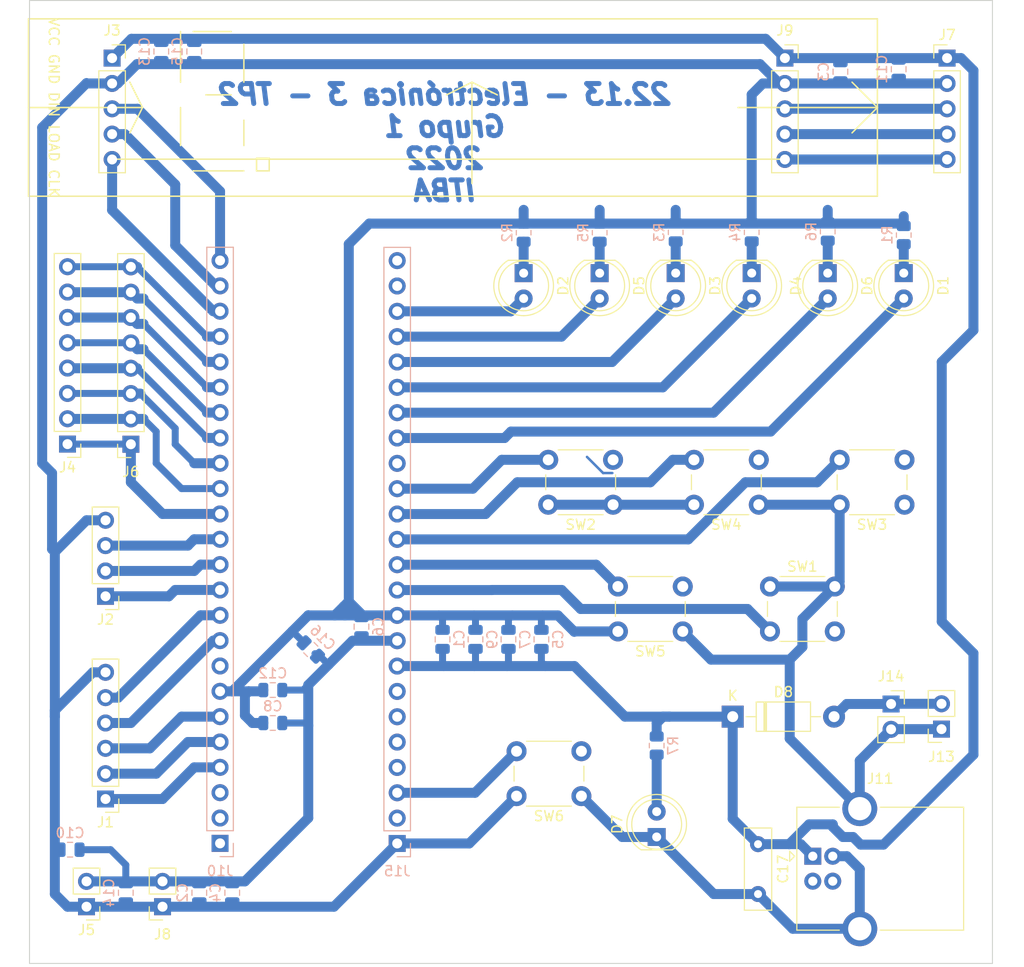
<source format=kicad_pcb>
(kicad_pcb (version 20211014) (generator pcbnew)
  (layers (0 "F.Cu" signal) (31 "B.Cu" signal) (34 "B.Paste" user) (35 "F.Paste" user) (36 "B.SilkS" user "B.Silkscreen") (37 "F.SilkS" user "F.Silkscreen") (38 "B.Mask" user) (39 "F.Mask" user) (44 "Edge.Cuts" user))
  (net 0 "")
  (net 1 "/FT_SSn")
  (net 2 "/FT_SCK")
  (net 3 "/FLASH_MOSI")
  (net 4 "/FLASH_MISO")
  (net 5 "/IOB_25B_G3")
  (net 6 "/IOB_18A")
  (net 7 "GND")
  (net 8 "/CLK_12M_EXT")
  (net 9 "/IOB_22A")
  (net 10 "/IOB_23B")
  (net 11 "/IOB_24A")
  (net 12 "/IOB_29B")
  (net 13 "/IOB_31B")
  (net 14 "/IOB_20A")
  (net 15 "/IOB_16A")
  (net 16 "/IOB_13B")
  (net 17 "/IOB_3B_G6")
  (net 18 "/IOB_8A")
  (net 19 "/IOB_9B")
  (net 20 "/IOB_4A")
  (net 21 "/IOB_2A")
  (net 22 "/IOB_0A")
  (net 23 "/IOB_6A")
  (net 24 "/VIO_BANK_0_2")
  (net 25 "/CRESET_N")
  (net 26 "/CDONE")
  (net 27 "/LED_R")
  (net 28 "/LED_G")
  (net 29 "/LED_B")
  (net 30 "+5V")
  (net 31 "+3V3")
  (net 32 "Net-(D1-Pad1)")
  (net 33 "Net-(D2-Pad1)")
  (net 34 "/IOT_38B")
  (net 35 "/IOT_43A")
  (net 36 "/IOT_46B_G0")
  (net 37 "/IOT_42B")
  (net 38 "/IOT_45A_G1")
  (net 39 "/IOT_44B")
  (net 40 "/IOT_49A")
  (net 41 "/IOT_48B")
  (net 42 "/IOT_51A")
  (net 43 "Net-(D3-Pad1)")
  (net 44 "Net-(D4-Pad1)")
  (net 45 "/maxDOUT")
  (net 46 "Net-(D5-Pad1)")
  (net 47 "Net-(D6-Pad1)")
  (net 48 "Net-(D7-Pad2)")
  (net 49 "Net-(D8-Pad2)")
  (net 52 "/IOT_39A")
  (net 53 "/IOT_37A")
  (net 54 "/IOT_36B")
  (net 55 "/C3")
  (net 56 "/IOT_50B")
  (net 57 "/IOT_41A")
  (footprint "Connector_PinSocket_2.54mm:PinSocket_1x05_P2.54mm_Vertical" (layer "F.Cu") (at 250.977 26.065)
    (fp_text reference "J9")
    (fp_text value "Conn_01x05_Male")
  )
  (footprint "LED_THT:LED_D5.0mm_IRGrey" (layer "F.Cu") (at 224.79 47.62 -90)
    (fp_text reference "D2")
    (fp_text value "LD274")
  )
  (footprint "LED_THT:LED_D5.0mm_IRGrey" (layer "F.Cu") (at 255.27 47.62 -90)
    (fp_text reference "D6")
    (fp_text value "LD274")
  )
  (footprint "Connector_PinHeader_2.54mm:PinHeader_1x02_P2.54mm_Vertical" (layer "F.Cu") (at 180.975 111.125 180)
    (fp_text reference "J5")
    (fp_text value "supplyKeyboard")
  )
  (footprint "Button_Switch_THT:SW_PUSH_6mm" (layer "F.Cu") (at 248.36 70.83 180)
    (fp_text reference "SW4")
    (fp_text value "SW_Push")
  )
  (footprint "Capacitor_THT:C_Disc_D8.0mm_W2.5mm_P5.00mm" (layer "F.Cu") (at 248.285 104.855 -90)
    (fp_text reference "C17")
    (fp_text value "C")
  )
  (footprint "Connector_PinSocket_2.54mm:PinSocket_1x02_P2.54mm_Vertical" (layer "F.Cu") (at 261.62 90.805)
    (fp_text reference "J14")
    (fp_text value "Conn_01x02_Female")
  )
  (footprint "Connector_PinHeader_2.54mm:PinHeader_1x05_P2.54mm_Vertical" (layer "F.Cu") (at 267.233 26.065)
    (fp_text reference "J7")
    (fp_text value "Conn_01x05_Female")
  )
  (footprint "Connector_USB:USB_B_OST_USB-B1HSxx_Horizontal" (layer "F.Cu") (at 253.7725 106.065)
    (fp_text reference "J11")
    (fp_text value "USB_B")
  )
  (footprint "Connector_PinHeader_2.54mm:PinHeader_1x04_P2.54mm_Vertical" (layer "F.Cu") (at 182.88 80.01 180)
    (fp_text reference "J2")
    (fp_text value "Conn_01x04_Female")
  )
  (footprint "Button_Switch_THT:SW_PUSH_6mm" (layer "F.Cu") (at 230.58 100.04 180)
    (fp_text reference "SW6")
    (fp_text value "SW_Push")
  )
  (footprint "Connector_PinHeader_2.54mm:PinHeader_1x06_P2.54mm_Vertical" (layer "F.Cu") (at 182.88 100.33 180)
    (fp_text reference "J1")
    (fp_text value "Conn_01x06_Female")
  )
  (footprint "Connector_PinSocket_2.54mm:PinSocket_1x08_P2.54mm_Vertical" (layer "F.Cu") (at 185.42 64.77 180)
    (fp_text reference "J6")
    (fp_text value "Conn_01x08_Female")
  )
  (footprint "Button_Switch_THT:SW_PUSH_6mm" (layer "F.Cu") (at 249.48 79.03)
    (fp_text reference "SW1")
    (fp_text value "SW_Push")
  )
  (footprint "LED_THT:LED_D5.0mm_IRGrey" (layer "F.Cu") (at 247.65 47.615 -90)
    (fp_text reference "D4")
    (fp_text value "LD274")
  )
  (footprint "LED_THT:LED_D5.0mm_IRGrey" (layer "F.Cu") (at 240.03 47.615 -90)
    (fp_text reference "D3")
    (fp_text value "LD274")
  )
  (footprint "Connector_PinSocket_2.54mm:PinSocket_1x02_P2.54mm_Vertical" (layer "F.Cu") (at 188.595 111.125 180)
    (fp_text reference "J8")
    (fp_text value "supplyKeyboard")
  )
  (footprint "Connector_PinSocket_2.54mm:PinSocket_1x02_P2.54mm_Vertical" (layer "F.Cu") (at 266.675 93.325 180)
    (fp_text reference "J13")
    (fp_text value "Conn_01x02_Male")
  )
  (footprint "Button_Switch_THT:SW_PUSH_6mm" (layer "F.Cu") (at 240.74 83.53 180)
    (fp_text reference "SW5")
    (fp_text value "SW_Push")
  )
  (footprint "Diode_THT:D_DO-41_SOD81_P10.16mm_Horizontal" (layer "F.Cu") (at 245.745 92.075)
    (fp_text reference "D8")
    (fp_text value "1N5817")
  )
  (footprint "LED_THT:LED_D5.0mm_IRGrey" (layer "F.Cu") (at 262.89 47.615 -90)
    (fp_text reference "D1")
    (fp_text value "LD274")
  )
  (footprint "Button_Switch_THT:SW_PUSH_6mm" (layer "F.Cu") (at 233.755 70.83 180)
    (fp_text reference "SW2")
    (fp_text value "SW_Push")
  )
  (footprint "LED_THT:LED_D5.0mm_IRGrey" (layer "F.Cu") (at 232.41 47.62 -90)
    (fp_text reference "D5")
    (fp_text value "LD274")
  )
  (footprint "Connector_PinSocket_2.54mm:PinSocket_1x05_P2.54mm_Vertical" (layer "F.Cu") (at 183.54 26.065)
    (fp_text reference "J3")
    (fp_text value "Conn_01x05_Female")
  )
  (footprint "Connector_PinHeader_2.54mm:PinHeader_1x08_P2.54mm_Vertical" (layer "F.Cu") (at 179.07 64.755 180)
    (fp_text reference "J4")
    (fp_text value "Conn_01x08_Male")
  )
  (footprint "Button_Switch_THT:SW_PUSH_6mm" (layer "F.Cu") (at 262.965 70.83 180)
    (fp_text reference "SW3")
    (fp_text value "SW_Push")
  )
  (footprint "LED_THT:LED_D5.0mm_IRGrey" (layer "F.Cu") (at 238.125 104.135 90)
    (fp_text reference "D7")
    (fp_text value "LD274")
  )
  (footprint "Capacitor_SMD:C_0805_2012Metric" (layer "B.Cu") (at 179.324 105.41 180)
    (fp_text reference "C10")
    (fp_text value "C")
  )
  (footprint "Resistor_SMD:R_0805_2012Metric" (layer "B.Cu") (at 255.27 43.4575 -90)
    (fp_text reference "R6")
    (fp_text value "680")
  )
  (footprint "Capacitor_SMD:C_0805_2012Metric" (layer "B.Cu") (at 191.77 25.4 -90)
    (fp_text reference "C15")
    (fp_text value "C")
  )
  (footprint "Capacitor_SMD:C_0805_2012Metric" (layer "B.Cu") (at 199.644 92.71 180)
    (fp_text reference "C8")
    (fp_text value "C")
  )
  (footprint "Resistor_SMD:R_0805_2012Metric" (layer "B.Cu") (at 224.79 43.5625 -90)
    (fp_text reference "R2")
    (fp_text value "680")
  )
  (footprint "Capacitor_SMD:C_0805_2012Metric" (layer "B.Cu") (at 219.964 84.328 90)
    (fp_text reference "C9")
    (fp_text value "C")
  )
  (footprint "Resistor_SMD:R_0805_2012Metric" (layer "B.Cu") (at 247.65 43.5275 -90)
    (fp_text reference "R4")
    (fp_text value "680")
  )
  (footprint "Resistor_SMD:R_0805_2012Metric" (layer "B.Cu") (at 238.125 94.9725 90)
    (fp_text reference "R7")
    (fp_text value "680")
  )
  (footprint "Capacitor_SMD:C_0805_2012Metric" (layer "B.Cu") (at 226.568 84.328 90)
    (fp_text reference "C5")
    (fp_text value "C")
  )
  (footprint "Capacitor_SMD:C_0805_2012Metric" (layer "B.Cu") (at 223.266 84.328 90)
    (fp_text reference "C7")
    (fp_text value "C")
  )
  (footprint "Capacitor_SMD:C_0805_2012Metric" (layer "B.Cu") (at 192.278 109.728 -90)
    (fp_text reference "C2")
    (fp_text value "C")
  )
  (footprint "Capacitor_SMD:C_0805_2012Metric" (layer "B.Cu") (at 262.382 27.178 -90)
    (fp_text reference "C11")
    (fp_text value "C")
  )
  (footprint "Capacitor_SMD:C_0805_2012Metric" (layer "B.Cu") (at 188.468 25.4 -90)
    (fp_text reference "C13")
    (fp_text value "C")
  )
  (footprint "Capacitor_SMD:C_0805_2012Metric" (layer "B.Cu") (at 216.662 84.328 90)
    (fp_text reference "C1")
    (fp_text value "C")
  )
  (footprint "Capacitor_SMD:C_0805_2012Metric" (layer "B.Cu") (at 195.58 109.728 -90)
    (fp_text reference "C4")
    (fp_text value "C")
  )
  (footprint "Capacitor_SMD:C_0805_2012Metric" (layer "B.Cu") (at 256.54 27.432 -90)
    (fp_text reference "C3")
    (fp_text value "C")
  )
  (footprint "Capacitor_SMD:C_0805_2012Metric" (layer "B.Cu") (at 203.454 85.344 135)
    (fp_text reference "C16")
    (fp_text value "C")
  )
  (footprint "Capacitor_SMD:C_0805_2012Metric" (layer "B.Cu") (at 199.644 89.408 180)
    (fp_text reference "C12")
    (fp_text value "C")
  )
  (footprint "Resistor_SMD:R_0805_2012Metric" (layer "B.Cu") (at 232.41 43.5625 -90)
    (fp_text reference "R5")
    (fp_text value "680")
  )
  (footprint "Connector_PinSocket_2.54mm:PinSocket_1x24_P2.54mm_Vertical" (layer "B.Cu") (at 212.115 104.785)
    (fp_text reference "J15")
    (fp_text value "Right")
  )
  (footprint "Resistor_SMD:R_0805_2012Metric" (layer "B.Cu") (at 262.89 43.805 -90)
    (fp_text reference "R1")
    (fp_text value "680")
  )
  (footprint "Resistor_SMD:R_0805_2012Metric" (layer "B.Cu") (at 240.03 43.5275 -90)
    (fp_text reference "R3")
    (fp_text value "680")
  )
  (footprint "Capacitor_SMD:C_0805_2012Metric" (layer "B.Cu") (at 184.912 109.728 -90)
    (fp_text reference "C14")
    (fp_text value "C")
  )
  (footprint "Capacitor_SMD:C_0805_2012Metric" (layer "B.Cu") (at 208.534 83.058 90)
    (fp_text reference "C6")
    (fp_text value "C")
  )
  (footprint "Connector_PinSocket_2.54mm:PinSocket_1x24_P2.54mm_Vertical" (layer "B.Cu") (at 194.36 104.775)
    (fp_text reference "J10")
    (fp_text value "Left")
  )
  (gr_line (start 198.018 37.368) (end 198.018 36.098) (layer "F.SilkS") (width 0.15))
  (gr_line (start 196.748 32.288) (end 196.748 34.828) (layer "F.SilkS") (width 0.15))
  (gr_line (start 183.413 36.195) (end 250.977 36.195) (layer "F.SilkS") (width 0.15))
  (gr_line (start 246.278 31.018) (end 260.248 31.018) (layer "F.SilkS") (width 0.15))
  (gr_line (start 257.708 33.558) (end 260.248 31.018) (layer "F.SilkS") (width 0.15))
  (gr_line (start 260.248 39.908) (end 175.158 39.908) (layer "F.SilkS") (width 0.15))
  (gr_line (start 219.608 28.478) (end 217.068 29.748) (layer "F.SilkS") (width 0.15))
  (gr_line (start 199.288 37.368) (end 198.018 37.368) (layer "F.SilkS") (width 0.15))
  (gr_line (start 199.288 36.098) (end 199.288 37.368) (layer "F.SilkS") (width 0.15))
  (gr_line (start 175.158 39.908) (end 175.158 22.128) (layer "F.SilkS") (width 0.15))
  (gr_line (start 219.608 38.638) (end 219.608 28.478) (layer "F.SilkS") (width 0.15))
  (gr_line (start 195.478 29.748) (end 192.938 29.748) (layer "F.SilkS") (width 0.15))
  (gr_line (start 198.018 36.098) (end 199.288 36.098) (layer "F.SilkS") (width 0.15))
  (gr_line (start 175.158 22.128) (end 260.248 22.128) (layer "F.SilkS") (width 0.15))
  (gr_line (start 186.588 31.018) (end 185.318 28.478) (layer "F.SilkS") (width 0.15))
  (gr_line (start 190.398 23.398) (end 190.398 28.478) (layer "F.SilkS") (width 0.15))
  (gr_line (start 219.608 28.478) (end 222.148 29.748) (layer "F.SilkS") (width 0.15))
  (gr_line (start 195.478 23.398) (end 191.668 23.398) (layer "F.SilkS") (width 0.15))
  (gr_line (start 186.588 31.018) (end 185.318 33.558) (layer "F.SilkS") (width 0.15))
  (gr_line (start 190.398 31.018) (end 190.398 34.828) (layer "F.SilkS") (width 0.15))
  (gr_line (start 175.158 31.018) (end 186.588 31.018) (layer "F.SilkS") (width 0.15))
  (gr_line (start 196.748 37.368) (end 191.668 37.368) (layer "F.SilkS") (width 0.15))
  (gr_line (start 260.248 31.018) (end 257.708 28.478) (layer "F.SilkS") (width 0.15))
  (gr_line (start 196.748 24.668) (end 196.748 28.478) (layer "F.SilkS") (width 0.15))
  (gr_line (start 260.248 22.128) (end 260.248 39.908) (layer "F.SilkS") (width 0.15))
  (gr_line (start 271.78 116.81) (end 175.26 116.81) (layer "Edge.Cuts") (width 0.1))
  (gr_line (start 175.26 116.81) (end 175.26 20.29) (layer "Edge.Cuts") (width 0.1))
  (gr_line (start 175.26 20.29) (end 271.78 20.29) (layer "Edge.Cuts") (width 0.1))
  (gr_line (start 271.78 20.29) (end 271.78 116.81) (layer "Edge.Cuts") (width 0.1))
  (gr_text "22.13 - Electrónica 3 - TP2\nGrupo 1\n2022\nITBA" (at 216.916 34.544) (layer "B.Cu") (effects (font (size 2 2) (thickness 0.5) italic) (justify mirror)))
  (gr_text "VCC GND DIN LOAD CLK" (at 177.698 31.018 270) (layer "F.SilkS") (effects (font (size 1 1))))
  (segment (start 232.755 67.655) (end 233.68 67.655) (width 0.25) (layer "B.Cu") (net 0))
  (segment (start 231.14 66.04) (end 232.755 67.655) (width 0.25) (layer "B.Cu") (net 0))
  (segment (start 182.88 100.33) (end 188.595 100.33) (width 1) (layer "B.Cu") (net 4))
  (segment (start 191.77 97.155) (end 194.36 97.155) (width 1) (layer "B.Cu") (net 4))
  (segment (start 188.595 100.33) (end 191.77 97.155) (width 1) (layer "B.Cu") (net 4))
  (segment (start 182.88 97.79) (end 187.96 97.79) (width 1) (layer "B.Cu") (net 5))
  (segment (start 191.135 94.615) (end 194.36 94.615) (width 1) (layer "B.Cu") (net 5))
  (segment (start 187.96 97.79) (end 191.135 94.615) (width 1) (layer "B.Cu") (net 5))
  (segment (start 190.5 92.075) (end 187.325 95.25) (width 1) (layer "B.Cu") (net 6))
  (segment (start 187.325 95.25) (end 182.88 95.25) (width 1) (layer "B.Cu") (net 6))
  (segment (start 194.36 92.075) (end 190.5 92.075) (width 1) (layer "B.Cu") (net 6))
  (segment (start 177.8 92.075) (end 177.8 91.44) (width 1) (layer "B.Cu") (net 7))
  (segment (start 219.335 104.785) (end 224.08 100.04) (width 1) (layer "B.Cu") (net 7))
  (segment (start 262.89 42.8925) (end 262.89 41.91) (width 1) (layer "B.Cu") (net 7))
  (segment (start 205.775 111.125) (end 212.115 104.785) (width 1) (layer "B.Cu") (net 7))
  (segment (start 209.318 42.65) (end 207.264 44.704) (width 1) (layer "B.Cu") (net 7))
  (segment (start 207.264 80.538) (end 207.244 80.538) (width 1) (layer "B.Cu") (net 7))
  (segment (start 258.4825 96.4825) (end 261.62 93.345) (width 1) (layer "B.Cu") (net 7))
  (segment (start 180.975 72.39) (end 182.88 72.39) (width 1) (layer "B.Cu") (net 7))
  (segment (start 256.465 78.545) (end 255.98 79.03) (width 1) (layer "B.Cu") (net 7))
  (segment (start 181.005 28.605) (end 183.54 28.605) (width 1) (layer "B.Cu") (net 7))
  (segment (start 223.657 81.925) (end 226.685 81.925) (width 1) (layer "B.Cu") (net 7))
  (segment (start 176.53 66.675) (end 176.53 33.02) (width 1) (layer "B.Cu") (net 7))
  (segment (start 196.85 91.948) (end 197.612 92.71) (width 1) (layer "B.Cu") (net 7))
  (segment (start 229.906 83.53) (end 234.24 83.53) (width 1) (layer "B.Cu") (net 7))
  (segment (start 205.857 81.925) (end 206.873 81.925) (width 1) (layer "B.Cu") (net 7))
  (segment (start 177.8 92.075) (end 177.8 75.565) (width 1) (layer "B.Cu") (net 7))
  (segment (start 258.4825 107.3525) (end 258.4825 113.335) (width 1) (layer "B.Cu") (net 7))
  (segment (start 256.465 70.83) (end 248.36 70.83) (width 1) (layer "B.Cu") (net 7))
  (segment (start 216.291 81.925) (end 219.827 81.925) (width 1) (layer "B.Cu") (net 7))
  (segment (start 224.79 42.65) (end 224.79 41.275) (width 1) (layer "B.Cu") (net 7))
  (segment (start 226.568 83.378) (end 226.568 82.042) (width 0.7) (layer "B.Cu") (net 7))
  (segment (start 241.86 70.83) (end 233.755 70.83) (width 1) (layer "B.Cu") (net 7))
  (segment (start 224.79 42.65) (end 262.6475 42.65) (width 1) (layer "B.Cu") (net 7))
  (segment (start 267.233 28.605) (end 250.977 28.605) (width 1) (layer "B.Cu") (net 7))
  (segment (start 257.195 106.065) (end 258.4825 107.3525) (width 1) (layer "B.Cu") (net 7))
  (segment (start 230.58 100.04) (end 234.68 104.14) (width 1) (layer "B.Cu") (net 7))
  (segment (start 177.52 75.285) (end 177.52 67.665) (width 1) (layer "B.Cu") (net 7))
  (segment (start 197.231 89.535) (end 196.85 89.916) (width 1) (layer "B.Cu") (net 7))
  (segment (start 251.46 86.36) (end 243.57 86.36) (width 1) (layer "B.Cu") (net 7))
  (segment (start 203.21 81.925) (end 205.857 81.925) (width 1) (layer "B.Cu") (net 7))
  (segment (start 248.482 26.67) (end 186.035 26.67) (width 1) (layer "B.Cu") (net 7))
  (segment (start 219.827 81.925) (end 223.657 81.925) (width 1) (layer "B.Cu") (net 7))
  (segment (start 180.975 111.125) (end 188.595 111.125) (width 1) (layer "B.Cu") (net 7))
  (segment (start 216.662 83.378) (end 216.662 82.296) (width 0.7) (layer "B.Cu") (net 7))
  (segment (start 258.4825 101.295) (end 251.46 94.2725) (width 1) (layer "B.Cu") (net 7))
  (segment (start 243.845 109.855) (end 238.125 104.135) (width 1) (layer "B.Cu") (net 7))
  (segment (start 223.266 82.316) (end 223.657 81.925) (width 0.7) (layer "B.Cu") (net 7))
  (segment (start 179.07 111.125) (end 177.8 109.855) (width 1) (layer "B.Cu") (net 7))
  (segment (start 216.662 82.296) (end 216.291 81.925) (width 0.7) (layer "B.Cu") (net 7))
  (segment (start 235.59 104.135) (end 238.125 104.135) (width 1) (layer "B.Cu") (net 7))
  (segment (start 184.1 28.605) (end 183.54 28.605) (width 1) (layer "B.Cu") (net 7))
  (segment (start 207.264 44.704) (end 207.264 80.538) (width 1) (layer "B.Cu") (net 7))
  (segment (start 194.36 89.535) (end 195.58 89.535) (width 1) (layer "B.Cu") (net 7))
  (segment (start 228.229 81.925) (end 229.87 83.566) (width 1) (layer "B.Cu") (net 7))
  (segment (start 248.763 28.605) (end 247.65 29.718) (width 1) (layer "B.Cu") (net 7))
  (segment (start 226.685 81.925) (end 228.229 81.925) (width 1) (layer "B.Cu") (net 7))
  (segment (start 206.756 81.026) (end 205.857 81.925) (width 1) (layer "B.Cu") (net 7))
  (segment (start 247.65 29.718) (end 247.65 42.615) (width 1) (layer "B.Cu") (net 7))
  (segment (start 248.285 109.855) (end 243.845 109.855) (width 1) (layer "B.Cu") (net 7))
  (segment (start 251.46 94.2725) (end 251.46 86.36) (width 1) (layer "B.Cu") (net 7))
  (segment (start 252.73 85.09) (end 251.46 86.36) (width 1) (layer "B.Cu") (net 7))
  (segment (start 250.977 28.605) (end 250.417 28.605) (width 1) (layer "B.Cu") (net 7))
  (segment (start 256.465 70.83) (end 256.465 78.545) (width 1) (layer "B.Cu") (net 7))
  (segment (start 255.7725 106.065) (end 257.195 106.065) (width 1) (layer "B.Cu") (net 7))
  (segment (start 177.8 109.855) (end 177.8 92.075) (width 1) (layer "B.Cu") (net 7))
  (segment (start 177.8 75.565) (end 177.52 75.285) (width 1) (layer "B.Cu") (net 7))
  (segment (start 186.035 26.67) (end 184.1 28.605) (width 1) (layer "B.Cu") (net 7))
  (segment (start 203.2 81.915) (end 203.21 81.925) (width 1) (layer "B.Cu") (net 7))
  (segment (start 207.127 81.143) (end 206.873 81.143) (width 1) (layer "B.Cu") (net 7))
  (segment (start 258.4825 113.335) (end 251.765 113.335) (width 1) (layer "B.Cu") (net 7))
  (segment (start 207.909 81.925) (end 208.651 81.925) (width 1) (layer "B.Cu") (net 7))
  (segment (start 195.58 89.535) (end 201.6125 83.5025) (width 1) (layer "B.Cu") (net 7))
  (segment (start 250.417 28.605) (end 248.482 26.67) (width 1) (layer "B.Cu") (net 7))
  (segment (start 207.264 80.538) (end 208.651 81.925) (width 1) (layer "B.Cu") (net 7))
  (segment (start 206.873 81.925) (end 206.873 81.143) (width 1) (layer "B.Cu") (net 7))
  (segment (start 188.595 111.125) (end 205.775 111.125) (width 1) (layer "B.Cu") (net 7))
  (segment (start 198.567 89.535) (end 198.694 89.408) (width 1) (layer "B.Cu") (net 7))
  (segment (start 226.568 82.042) (end 226.685 81.925) (width 0.7) (layer "B.Cu") (net 7))
  (segment (start 229.87 83.566) (end 229.906 83.53) (width 1) (layer "B.Cu") (net 7))
  (segment (start 232.41 42.65) (end 232.41 41.275) (width 1) (layer "B.Cu") (net 7))
  (segment (start 177.8 91.44) (end 181.61 87.63) (width 1) (layer "B.Cu") (net 7))
  (segment (start 250.977 28.605) (end 248.763 28.605) (width 1) (layer "B.Cu") (net 7))
  (segment (start 219.964 83.378) (end 219.964 82.062) (width 0.7) (layer "B.Cu") (net 7))
  (segment (start 255.27 42.625) (end 255.27 41.275) (width 1) (layer "B.Cu") (net 7))
  (segment (start 207.909 81.925) (end 207.127 81.143) (width 1) (layer "B.Cu") (net 7))
  (segment (start 255.98 79.03) (end 252.73 82.28) (width 1) (layer "B.Cu") (net 7))
  (segment (start 224.79 42.65) (end 209.318 42.65) (width 1) (layer "B.Cu") (net 7))
  (segment (start 266.675 93.325) (end 261.64 93.325) (width 1) (layer "B.Cu") (net 7))
  (segment (start 197.231 89.535) (end 198.567 89.535) (width 1) (layer "B.Cu") (net 7))
  (segment (start 261.64 93.325) (end 261.62 93.345) (width 1) (layer "B.Cu") (net 7))
  (segment (start 212.115 81.925) (end 216.291 81.925) (width 1) (layer "B.Cu") (net 7))
  (segment (start 234.68 104.14) (end 235.585 104.14) (width 1) (layer "B.Cu") (net 7))
  (segment (start 208.651 81.925) (end 212.115 81.925) (width 1) (layer "B.Cu") (net 7))
  (segment (start 197.612 92.71) (end 198.694 92.71) (width 1) (layer "B.Cu") (net 7))
  (segment (start 243.57 86.36) (end 240.74 83.53) (width 1) (layer "B.Cu") (net 7))
  (segment (start 206.873 81.143) (end 206.756 81.026) (width 1) (layer "B.Cu") (net 7))
  (segment (start 181.61 87.63) (end 182.88 87.63) (width 1) (layer "B.Cu") (net 7))
  (segment (start 227.255 70.83) (end 233.755 70.83) (width 1) (layer "B.Cu") (net 7))
  (segment (start 219.964 82.062) (end 219.827 81.925) (width 0.7) (layer "B.Cu") (net 7))
  (segment (start 235.585 104.14) (end 235.59 104.135) (width 1) (layer "B.Cu") (net 7))
  (segment (start 180.975 111.125) (end 179.07 111.125) (width 1) (layer "B.Cu") (net 7))
  (segment (start 240.03 42.615) (end 240.03 41.275) (width 1) (layer "B.Cu") (net 7))
  (segment (start 212.115 104.785) (end 219.335 104.785) (width 1) (layer "B.Cu") (net 7))
  (segment (start 251.765 113.335) (end 248.285 109.855) (width 1) (layer "B.Cu") (net 7))
  (segment (start 176.53 33.02) (end 180.975 28.575) (width 1) (layer "B.Cu") (net 7))
  (segment (start 202.528249 84.418249) (end 201.6125 83.5025) (width 0.7) (layer "B.Cu") (net 7))
  (segment (start 262.6475 42.65) (end 262.89 42.8925) (width 1) (layer "B.Cu") (net 7))
  (segment (start 206.873 81.925) (end 207.909 81.925) (width 1) (layer "B.Cu") (net 7))
  (segment (start 180.975 28.575) (end 181.005 28.605) (width 1) (layer "B.Cu") (net 7))
  (segment (start 207.244 80.538) (end 206.756 81.026) (width 1) (layer "B.Cu") (net 7))
  (segment (start 201.6125 83.5025) (end 203.2 81.915) (width 1) (layer "B.Cu") (net 7))
  (segment (start 223.266 83.378) (end 223.266 82.316) (width 0.7) (layer "B.Cu") (net 7))
  (segment (start 258.4825 101.295) (end 258.4825 96.4825) (width 1) (layer "B.Cu") (net 7))
  (segment (start 252.73 82.28) (end 252.73 85.09) (width 1) (layer "B.Cu") (net 7))
  (segment (start 177.52 67.665) (end 176.53 66.675) (width 1) (layer "B.Cu") (net 7))
  (segment (start 177.8 75.565) (end 180.975 72.39) (width 1) (layer "B.Cu") (net 7))
  (segment (start 195.58 89.535) (end 197.231 89.535) (width 1) (layer "B.Cu") (net 7))
  (segment (start 196.85 89.916) (end 196.85 91.948) (width 1) (layer "B.Cu") (net 7))
  (segment (start 249.48 79.03) (end 255.98 79.03) (width 1) (layer "B.Cu") (net 7))
  (segment (start 193.675 84.455) (end 185.42 92.71) (width 1) (layer "B.Cu") (net 9))
  (segment (start 194.36 84.455) (end 193.675 84.455) (width 1) (layer "B.Cu") (net 9))
  (segment (start 185.42 92.71) (end 182.88 92.71) (width 1) (layer "B.Cu") (net 9))
  (segment (start 184.15 90.17) (end 192.405 81.915) (width 1) (layer "B.Cu") (net 10))
  (segment (start 182.88 90.17) (end 184.15 90.17) (width 1) (layer "B.Cu") (net 10))
  (segment (start 192.405 81.915) (end 194.36 81.915) (width 1) (layer "B.Cu") (net 10))
  (segment (start 189.23 80.01) (end 189.865 79.375) (width 1) (layer "B.Cu") (net 11))
  (segment (start 189.865 79.375) (end 194.36 79.375) (width 1) (layer "B.Cu") (net 11))
  (segment (start 182.88 80.01) (end 189.23 80.01) (width 1) (layer "B.Cu") (net 11))
  (segment (start 182.88 77.47) (end 191.77 77.47) (width 1) (layer "B.Cu") (net 12))
  (segment (start 192.405 76.835) (end 194.36 76.835) (width 1) (layer "B.Cu") (net 12))
  (segment (start 191.77 77.47) (end 192.405 76.835) (width 1) (layer "B.Cu") (net 12))
  (segment (start 191.77 74.295) (end 194.36 74.295) (width 1) (layer "B.Cu") (net 13))
  (segment (start 182.88 74.93) (end 191.135 74.93) (width 1) (layer "B.Cu") (net 13))
  (segment (start 191.135 74.93) (end 191.77 74.295) (width 1) (layer "B.Cu") (net 13))
  (segment (start 179.07 64.755) (end 185.405 64.755) (width 0.7) (layer "B.Cu") (net 14))
  (segment (start 185.42 68.58) (end 185.42 64.77) (width 1) (layer "B.Cu") (net 14))
  (segment (start 194.36 71.755) (end 188.595 71.755) (width 1) (layer "B.Cu") (net 14))
  (segment (start 188.595 71.755) (end 185.42 68.58) (width 1) (layer "B.Cu") (net 14))
  (segment (start 185.405 64.755) (end 185.42 64.77) (width 0.7) (layer "B.Cu") (net 14))
  (segment (start 194.36 69.215) (end 190.5 69.215) (width 0.7) (layer "B.Cu") (net 15))
  (segment (start 187.96 66.675) (end 187.96 63.5) (width 0.7) (layer "B.Cu") (net 15))
  (segment (start 185.42 62.23) (end 179.085 62.23) (width 1) (layer "B.Cu") (net 15))
  (segment (start 186.69 62.23) (end 185.42 62.23) (width 1) (layer "B.Cu") (net 15))
  (segment (start 190.5 69.215) (end 187.96 66.675) (width 0.7) (layer "B.Cu") (net 15))
  (segment (start 187.96 63.5) (end 186.69 62.23) (width 0.7) (layer "B.Cu") (net 15))
  (segment (start 179.085 62.23) (end 179.07 62.215) (width 1) (layer "B.Cu") (net 15))
  (segment (start 191.77 66.675) (end 189.865 64.77) (width 0.7) (layer "B.Cu") (net 16))
  (segment (start 179.07 59.675) (end 185.405 59.675) (width 0.7) (layer "B.Cu") (net 16))
  (segment (start 185.405 59.675) (end 185.42 59.69) (width 0.7) (layer "B.Cu") (net 16))
  (segment (start 189.865 64.77) (end 189.865 63.1825) (width 0.7) (layer "B.Cu") (net 16))
  (segment (start 189.865 63.1825) (end 186.3725 59.69) (width 0.7) (layer "B.Cu") (net 16))
  (segment (start 186.3725 59.69) (end 185.42 59.69) (width 1) (layer "B.Cu") (net 16))
  (segment (start 194.36 66.675) (end 191.77 66.675) (width 1) (layer "B.Cu") (net 16))
  (segment (start 186.055 57.15) (end 193.04 64.135) (width 0.7) (layer "B.Cu") (net 17))
  (segment (start 185.42 57.15) (end 186.055 57.15) (width 1) (layer "B.Cu") (net 17))
  (segment (start 193.04 64.135) (end 194.36 64.135) (width 1) (layer "B.Cu") (net 17))
  (segment (start 185.42 57.15) (end 179.085 57.15) (width 1) (layer "B.Cu") (net 17))
  (segment (start 179.085 57.15) (end 179.07 57.135) (width 1) (layer "B.Cu") (net 17))
  (segment (start 193.04 61.595) (end 186.69 55.245) (width 0.7) (layer "B.Cu") (net 18))
  (segment (start 185.405 54.595) (end 185.42 54.61) (width 0.7) (layer "B.Cu") (net 18))
  (segment (start 185.42 54.61) (end 186.055 55.245) (width 1) (layer "B.Cu") (net 18))
  (segment (start 179.07 54.595) (end 185.405 54.595) (width 0.7) (layer "B.Cu") (net 18))
  (segment (start 186.055 55.245) (end 186.69 55.245) (width 1) (layer "B.Cu") (net 18))
  (segment (start 194.36 61.595) (end 193.04 61.595) (width 1) (layer "B.Cu") (net 18))
  (segment (start 193.04 59.055) (end 186.69 52.705) (width 0.7) (layer "B.Cu") (net 19))
  (segment (start 185.42 52.07) (end 179.085 52.07) (width 1) (layer "B.Cu") (net 19))
  (segment (start 186.055 52.705) (end 185.42 52.07) (width 1) (layer "B.Cu") (net 19))
  (segment (start 179.085 52.07) (end 179.07 52.055) (width 1) (layer "B.Cu") (net 19))
  (segment (start 194.36 59.055) (end 193.04 59.055) (width 1) (layer "B.Cu") (net 19))
  (segment (start 186.69 52.705) (end 186.055 52.705) (width 1) (layer "B.Cu") (net 19))
  (segment (start 179.085 49.53) (end 179.07 49.515) (width 1) (layer "B.Cu") (net 20))
  (segment (start 185.42 49.53) (end 179.085 49.53) (width 1) (layer "B.Cu") (net 20))
  (segment (start 193.04 56.515) (end 186.69 50.165) (width 0.7) (layer "B.Cu") (net 20))
  (segment (start 186.69 50.165) (end 186.055 50.165) (width 1) (layer "B.Cu") (net 20))
  (segment (start 186.055 50.165) (end 185.42 49.53) (width 1) (layer "B.Cu") (net 20))
  (segment (start 194.36 56.515) (end 193.04 56.515) (width 1) (layer "B.Cu") (net 20))
  (segment (start 193.675 51.435) (end 183.54 41.3) (width 1) (layer "B.Cu") (net 21))
  (segment (start 250.977 36.225) (end 267.233 36.225) (width 1) (layer "B.Cu") (net 21))
  (segment (start 183.54 41.3) (end 183.54 36.225) (width 1) (layer "B.Cu") (net 21))
  (segment (start 194.36 51.435) (end 193.675 51.435) (width 1) (layer "B.Cu") (net 21))
  (segment (start 193.929 48.895) (end 189.865 44.831) (width 1) (layer "B.Cu") (net 22))
  (segment (start 267.233 33.685) (end 250.977 33.685) (width 1) (layer "B.Cu") (net 22))
  (segment (start 189.865 38.735) (end 184.815 33.685) (width 1) (layer "B.Cu") (net 22))
  (segment (start 194.36 48.895) (end 193.929 48.895) (width 1) (layer "B.Cu") (net 22))
  (segment (start 189.865 44.831) (end 189.865 38.735) (width 1) (layer "B.Cu") (net 22))
  (segment (start 184.815 33.685) (end 183.54 33.685) (width 1) (layer "B.Cu") (net 22))
  (segment (start 183.54 31.145) (end 186.085 31.145) (width 1) (layer "B.Cu") (net 23))
  (segment (start 186.085 31.145) (end 194.36 39.42) (width 1) (layer "B.Cu") (net 23))
  (segment (start 194.36 39.42) (end 194.36 46.355) (width 1) (layer "B.Cu") (net 23))
  (segment (start 219.915 99.705) (end 224.08 95.54) (width 1) (layer "B.Cu") (net 25))
  (segment (start 212.115 99.705) (end 219.915 99.705) (width 1) (layer "B.Cu") (net 25))
  (segment (start 229.88 87.005) (end 226.959 87.005) (width 1) (layer "B.Cu") (net 30))
  (segment (start 269.875 85.725) (end 269.875 95.885) (width 1) (layer "B.Cu") (net 30))
  (segment (start 255.778 103.124) (end 255.778 102.87) (width 1) (layer "B.Cu") (net 30))
  (segment (start 253.398 102.87) (end 251.413 104.855) (width 1) (layer "B.Cu") (net 30))
  (segment (start 223.266 85.278) (end 223.266 86.868) (width 0.7) (layer "B.Cu") (net 30))
  (segment (start 245.745 92.075) (end 245.745 102.315) (width 1) (layer "B.Cu") (net 30))
  (segment (start 223.266 86.868) (end 223.129 87.005) (width 0.7) (layer "B.Cu") (net 30))
  (segment (start 267.233 26.065) (end 268.635 26.065) (width 1) (layer "B.Cu") (net 30))
  (segment (start 238.125 92.71) (end 238.76 92.075) (width 1) (layer "B.Cu") (net 30))
  (segment (start 268.635 26.065) (end 269.875 27.305) (width 1) (layer "B.Cu") (net 30))
  (segment (start 248.285 104.855) (end 251.413 104.855) (width 1) (layer "B.Cu") (net 30))
  (segment (start 226.568 85.278) (end 226.568 86.614) (width 0.7) (layer "B.Cu") (net 30))
  (segment (start 226.959 87.005) (end 223.129 87.005) (width 1) (layer "B.Cu") (net 30))
  (segment (start 216.779 87.005) (end 212.115 87.005) (width 1) (layer "B.Cu") (net 30))
  (segment (start 234.95 92.075) (end 229.88 87.005) (width 1) (layer "B.Cu") (net 30))
  (segment (start 226.568 86.614) (end 226.959 87.005) (width 0.7) (layer "B.Cu") (net 30))
  (segment (start 185.475 24.13) (end 183.54 26.065) (width 1) (layer "B.Cu") (net 30))
  (segment (start 219.964 86.888) (end 219.847 87.005) (width 0.7) (layer "B.Cu") (net 30))
  (segment (start 251.413 104.855) (end 252.5625 104.855) (width 1) (layer "B.Cu") (net 30))
  (segment (start 269.875 95.885) (end 260.858 104.902) (width 1) (layer "B.Cu") (net 30))
  (segment (start 245.745 102.315) (end 248.285 104.855) (width 1) (layer "B.Cu") (net 30))
  (segment (start 216.662 86.888) (end 216.779 87.005) (width 0.7) (layer "B.Cu") (net 30))
  (segment (start 216.662 85.278) (end 216.662 86.888) (width 0.7) (layer "B.Cu") (net 30))
  (segment (start 219.847 87.005) (end 216.779 87.005) (width 1) (layer "B.Cu") (net 30))
  (segment (start 269.875 53.34) (end 266.7 56.515) (width 1) (layer "B.Cu") (net 30))
  (segment (start 255.778 102.87) (end 253.398 102.87) (width 1) (layer "B.Cu") (net 30))
  (segment (start 269.875 27.305) (end 269.875 53.34) (width 1) (layer "B.Cu") (net 30))
  (segment (start 260.858 104.902) (end 258.572 104.902) (width 1) (layer "B.Cu") (net 30))
  (segment (start 239.395 92.075) (end 234.95 92.075) (width 1) (layer "B.Cu") (net 30))
  (segment (start 257.81 104.14) (end 256.794 104.14) (width 1) (layer "B.Cu") (net 30))
  (segment (start 256.794 104.14) (end 255.778 103.124) (width 1) (layer "B.Cu") (net 30))
  (segment (start 249.042 24.13) (end 185.475 24.13) (width 1) (layer "B.Cu") (net 30))
  (segment (start 266.7 56.515) (end 266.7 82.55) (width 1) (layer "B.Cu") (net 30))
  (segment (start 266.7 82.55) (end 269.875 85.725) (width 1) (layer "B.Cu") (net 30))
  (segment (start 252.5625 104.855) (end 253.7725 106.065) (width 1) (layer "B.Cu") (net 30))
  (segment (start 250.977 26.065) (end 267.233 26.065) (width 1) (layer "B.Cu") (net 30))
  (segment (start 223.129 87.005) (end 219.847 87.005) (width 1) (layer "B.Cu") (net 30))
  (segment (start 239.395 92.075) (end 245.745 92.075) (width 1) (layer "B.Cu") (net 30))
  (segment (start 238.76 92.075) (end 239.395 92.075) (width 1) (layer "B.Cu") (net 30))
  (segment (start 250.977 26.065) (end 249.042 24.13) (width 1) (layer "B.Cu") (net 30))
  (segment (start 238.125 94.06) (end 238.125 92.71) (width 1) (layer "B.Cu") (net 30))
  (segment (start 219.964 85.278) (end 219.964 86.888) (width 0.7) (layer "B.Cu") (net 30))
  (segment (start 258.572 104.902) (end 257.81 104.14) (width 1) (layer "B.Cu") (net 30))
  (segment (start 202.946 92.71) (end 203.2 92.964) (width 0.7) (layer "B.Cu") (net 31))
  (segment (start 203.2 102.235) (end 203.2 92.964) (width 1) (layer "B.Cu") (net 31))
  (segment (start 205.232 86.868) (end 207.635 84.465) (width 1) (layer "B.Cu") (net 31))
  (segment (start 184.912 106.934) (end 184.912 108.778) (width 0.7) (layer "B.Cu") (net 31))
  (segment (start 204.125751 85.761751) (end 205.232 86.868) (width 0.7) (layer "B.Cu") (net 31))
  (segment (start 180.975 108.585) (end 188.595 108.585) (width 1) (layer "B.Cu") (net 31))
  (segment (start 207.635 84.465) (end 212.115 84.465) (width 1) (layer "B.Cu") (net 31))
  (segment (start 203.871751 85.761751) (end 204.125751 85.761751) (width 0.7) (layer "B.Cu") (net 31))
  (segment (start 196.85 108.585) (end 188.595 108.585) (width 1) (layer "B.Cu") (net 31))
  (segment (start 200.594 92.71) (end 202.946 92.71) (width 0.7) (layer "B.Cu") (net 31))
  (segment (start 180.274 105.41) (end 183.388 105.41) (width 0.7) (layer "B.Cu") (net 31))
  (segment (start 202.692 89.408) (end 203.2 88.9) (width 0.7) (layer "B.Cu") (net 31))
  (segment (start 203.2 92.964) (end 203.2 88.9) (width 1) (layer "B.Cu") (net 31))
  (segment (start 203.2 88.9) (end 205.232 86.868) (width 1) (layer "B.Cu") (net 31))
  (segment (start 183.388 105.41) (end 184.912 106.934) (width 0.7) (layer "B.Cu") (net 31))
  (segment (start 200.594 89.408) (end 202.692 89.408) (width 0.7) (layer "B.Cu") (net 31))
  (segment (start 196.85 108.585) (end 203.2 102.235) (width 1) (layer "B.Cu") (net 31))
  (segment (start 262.89 47.615) (end 262.89 44.7175) (width 1) (layer "B.Cu") (net 32))
  (segment (start 224.79 47.62) (end 224.79 44.475) (width 1) (layer "B.Cu") (net 33))
  (segment (start 220.97 71.765) (end 224.155 68.58) (width 1) (layer "B.Cu") (net 34))
  (segment (start 239.74 66.33) (end 237.49 68.58) (width 1) (layer "B.Cu") (net 34))
  (segment (start 224.155 68.58) (end 237.49 68.58) (width 1) (layer "B.Cu") (net 34))
  (segment (start 241.86 66.33) (end 239.74 66.33) (width 1) (layer "B.Cu") (net 34))
  (segment (start 212.115 71.765) (end 220.97 71.765) (width 1) (layer "B.Cu") (net 34))
  (segment (start 212.115 69.225) (end 219.7 69.225) (width 1) (layer "B.Cu") (net 35))
  (segment (start 222.595 66.33) (end 227.255 66.33) (width 1) (layer "B.Cu") (net 35))
  (segment (start 219.7 69.225) (end 222.595 66.33) (width 1) (layer "B.Cu") (net 35))
  (segment (start 212.115 64.145) (end 222.875 64.145) (width 1) (layer "B.Cu") (net 37))
  (segment (start 222.875 64.145) (end 223.52 63.5) (width 1) (layer "B.Cu") (net 37))
  (segment (start 249.545 63.5) (end 262.89 50.155) (width 1) (layer "B.Cu") (net 37))
  (segment (start 223.52 63.5) (end 249.545 63.5) (width 1) (layer "B.Cu") (net 37))
  (segment (start 243.825 61.605) (end 255.27 50.16) (width 1) (layer "B.Cu") (net 38))
  (segment (start 212.115 61.605) (end 243.825 61.605) (width 1) (layer "B.Cu") (net 38))
  (segment (start 212.115 59.065) (end 238.74 59.065) (width 1) (layer "B.Cu") (net 39))
  (segment (start 238.74 59.065) (end 247.65 50.155) (width 1) (layer "B.Cu") (net 39))
  (segment (start 233.66 56.525) (end 240.03 50.155) (width 1) (layer "B.Cu") (net 40))
  (segment (start 212.115 56.525) (end 233.66 56.525) (width 1) (layer "B.Cu") (net 40))
  (segment (start 228.585 53.985) (end 232.41 50.16) (width 1) (layer "B.Cu") (net 41))
  (segment (start 212.115 53.985) (end 228.585 53.985) (width 1) (layer "B.Cu") (net 41))
  (segment (start 212.115 51.445) (end 223.505 51.445) (width 1) (layer "B.Cu") (net 42))
  (segment (start 223.505 51.445) (end 224.79 50.16) (width 1) (layer "B.Cu") (net 42))
  (segment (start 240.03 47.615) (end 240.03 44.44) (width 1) (layer "B.Cu") (net 43))
  (segment (start 247.65 47.615) (end 247.65 44.44) (width 1) (layer "B.Cu") (net 44))
  (segment (start 250.977 31.145) (end 267.233 31.145) (width 1) (layer "B.Cu") (net 45))
  (segment (start 232.41 47.62) (end 232.41 44.475) (width 1) (layer "B.Cu") (net 46))
  (segment (start 255.27 47.62) (end 255.27 44.45) (width 1) (layer "B.Cu") (net 47))
  (segment (start 238.125 101.595) (end 238.125 95.885) (width 1) (layer "B.Cu") (net 48))
  (segment (start 266.675 90.785) (end 261.64 90.785) (width 1) (layer "B.Cu") (net 49))
  (segment (start 261.62 90.805) (end 257.175 90.805) (width 1) (layer "B.Cu") (net 49))
  (segment (start 257.175 90.805) (end 255.905 92.075) (width 1) (layer "B.Cu") (net 49))
  (segment (start 261.64 90.785) (end 261.62 90.805) (width 1) (layer "B.Cu") (net 49))
  (segment (start 247.015 68.58) (end 254.215 68.58) (width 1) (layer "B.Cu") (net 52))
  (segment (start 241.29 74.305) (end 247.015 68.58) (width 1) (layer "B.Cu") (net 52))
  (segment (start 254.215 68.58) (end 256.465 66.33) (width 1) (layer "B.Cu") (net 52))
  (segment (start 212.115 74.305) (end 241.29 74.305) (width 1) (layer "B.Cu") (net 52))
  (segment (start 247.23 81.28) (end 249.48 83.53) (width 1) (layer "B.Cu") (net 53))
  (segment (start 228.6 79.375) (end 230.505 81.28) (width 1) (layer "B.Cu") (net 53))
  (segment (start 212.115 79.385) (end 221.605 79.385) (width 1) (layer "B.Cu") (net 53))
  (segment (start 230.505 81.28) (end 247.23 81.28) (width 1) (layer "B.Cu") (net 53))
  (segment (start 221.605 79.385) (end 221.615 79.375) (width 1) (layer "B.Cu") (net 53))
  (segment (start 221.615 79.375) (end 228.6 79.375) (width 1) (layer "B.Cu") (net 53))
  (segment (start 212.115 76.845) (end 232.055 76.845) (width 1) (layer "B.Cu") (net 54))
  (segment (start 232.055 76.845) (end 234.24 79.03) (width 1) (layer "B.Cu") (net 54))
  (segment (start 186.055 46.99) (end 185.42 46.99) (width 1) (layer "B.Cu") (net 55))
  (segment (start 193.04 53.975) (end 186.055 46.99) (width 0.7) (layer "B.Cu") (net 55))
  (segment (start 179.07 46.975) (end 185.405 46.975) (width 0.7) (layer "B.Cu") (net 55))
  (segment (start 185.405 46.975) (end 185.42 46.99) (width 0.7) (layer "B.Cu") (net 55))
  (segment (start 194.36 53.975) (end 193.04 53.975) (width 1) (layer "B.Cu") (net 55))
)
</source>
